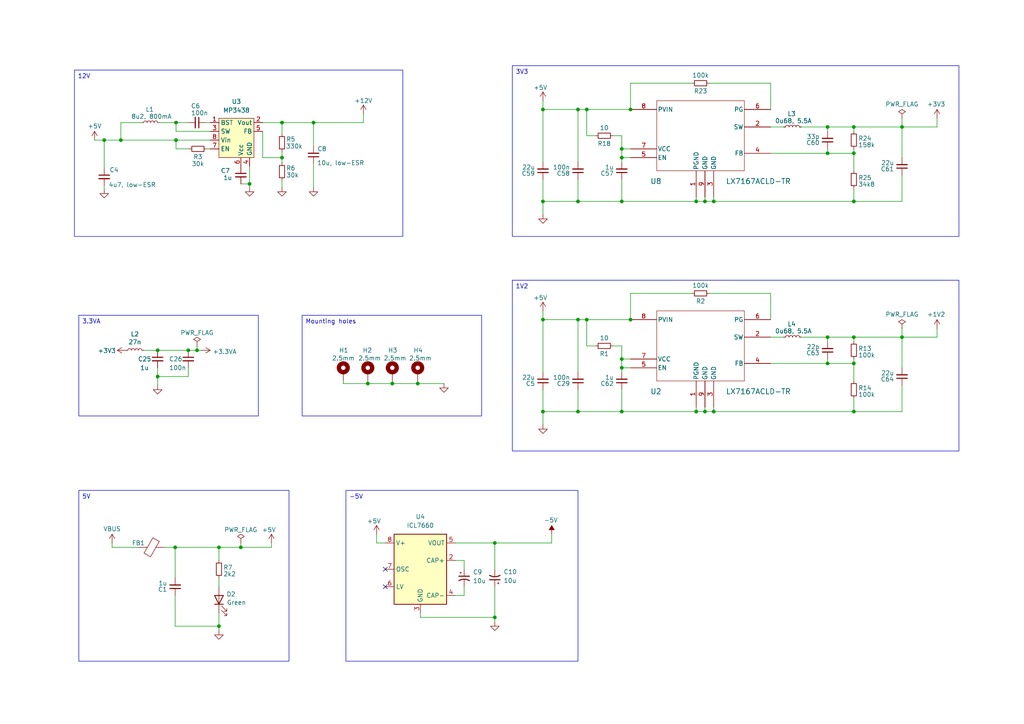
<source format=kicad_sch>
(kicad_sch (version 20250114) (generator "eeschema") (generator_version "9.0")
  (paper "A4")
  (lib_symbols
    (symbol "Device:C_Polarized_Small_US" (pin_numbers (hide yes)) (pin_names (offset 0.254) (hide yes))
      (property "Reference" "C" (at 0.254 1.778 0))
      (property "Value" "C_Polarized_Small_US" (at 0.254 -2.032 0))
      (symbol "C_Polarized_Small_US_0_1"
        (polyline (pts (xy -1.524 0.508) (xy 1.524 0.508)) (stroke (width 0.3048)))
        (polyline (pts (xy -1.27 1.524) (xy -0.762 1.524)))
        (polyline (pts (xy -1.016 1.27) (xy -1.016 1.778)))
        (arc (start -1.524 -0.762) (mid 0 -0.3734) (end 1.524 -0.762) (stroke (width 0.3048)))
      )
      (symbol "C_Polarized_Small_US_1_1"
        (pin passive line (at 0 2.54 270) (length 2.032) (name "~") (number "1"))
        (pin passive line (at 0 -2.54 90) (length 2.032) (name "~") (number "2"))
      )
    )
    (symbol "Device:C_Small" (pin_numbers (hide yes)) (pin_names (offset 0.254) (hide yes))
      (property "Reference" "C" (at 0.254 1.778 0))
      (property "Value" "C_Small" (at 0.254 -2.032 0))
      (symbol "C_Small_0_1"
        (polyline (pts (xy -1.524 0.508) (xy 1.524 0.508)) (stroke (width 0.3048)))
        (polyline (pts (xy -1.524 -0.508) (xy 1.524 -0.508)) (stroke (width 0.3302)))
      )
      (symbol "C_Small_1_1"
        (pin passive line (at 0 2.54 270) (length 2.032) (name "~") (number "1"))
        (pin passive line (at 0 -2.54 90) (length 2.032) (name "~") (number "2"))
      )
    )
    (symbol "Device:LED" (pin_numbers (hide yes)) (pin_names (offset 1.016) (hide yes))
      (property "Reference" "D" (at 0 2.54 0))
      (property "Value" "LED" (at 0 -2.54 0))
      (symbol "LED_0_1"
        (polyline (pts (xy -3.048 -0.762) (xy -4.572 -2.286) (xy -3.81 -2.286) (xy -4.572 -2.286) (xy -4.572 -1.524)))
        (polyline (pts (xy -1.778 -0.762) (xy -3.302 -2.286) (xy -2.54 -2.286) (xy -3.302 -2.286) (xy -3.302 -1.524)))
        (polyline (pts (xy -1.27 0) (xy 1.27 0)))
        (polyline (pts (xy -1.27 -1.27) (xy -1.27 1.27)) (stroke (width 0.254)))
        (polyline (pts (xy 1.27 -1.27) (xy 1.27 1.27) (xy -1.27 0) (xy 1.27 -1.27)) (stroke (width 0.254)))
      )
      (symbol "LED_1_1"
        (pin passive line (at -3.81 0 0) (length 2.54) (name "K") (number "1"))
        (pin passive line (at 3.81 0 180) (length 2.54) (name "A") (number "2"))
      )
    )
    (symbol "Device:L_Small" (pin_numbers (hide yes)) (pin_names (offset 0.254) (hide yes))
      (property "Reference" "L" (at 0.762 1.016 0))
      (property "Value" "L_Small" (at 0.762 -1.016 0))
      (symbol "L_Small_0_1"
        (arc (start 0 2.032) (mid 0.5058 1.524) (end 0 1.016))
        (arc (start 0 1.016) (mid 0.5058 0.508) (end 0 0))
        (arc (start 0 0) (mid 0.5058 -0.508) (end 0 -1.016))
        (arc (start 0 -1.016) (mid 0.5058 -1.524) (end 0 -2.032))
      )
      (symbol "L_Small_1_1"
        (pin passive line (at 0 2.54 270) (length 0.508) (name "~") (number "1"))
        (pin passive line (at 0 -2.54 90) (length 0.508) (name "~") (number "2"))
      )
    )
    (symbol "Device:R_Small" (pin_numbers (hide yes)) (pin_names (offset 0.254) (hide yes))
      (property "Reference" "R" (at 0.762 0.508 0))
      (property "Value" "R_Small" (at 0.762 -1.016 0))
      (symbol "R_Small_0_1"
        (rectangle (start -0.762 1.778) (end 0.762 -1.778) (stroke (width 0.2032)))
      )
      (symbol "R_Small_1_1"
        (pin passive line (at 0 2.54 270) (length 0.762) (name "~") (number "1"))
        (pin passive line (at 0 -2.54 90) (length 0.762) (name "~") (number "2"))
      )
    )
    (symbol "LX7167ACLD-TR_1" (pin_names (offset 0.254))
      (property "Reference" "U2" (at 7.366 -18.288 0))
      (property "Value" "LX7167ACLD-TR" (at 37.084 -18.288 0))
      (symbol "LX7167ACLD-TR_1_0_1"
        (polyline (pts (xy 7.62 5.08) (xy 7.62 -15.24)) (stroke (width 0.127)))
        (polyline (pts (xy 7.62 -15.24) (xy 33.02 -15.24)) (stroke (width 0.127)))
        (polyline (pts (xy 33.02 5.08) (xy 7.62 5.08)) (stroke (width 0.127)))
        (polyline (pts (xy 33.02 -15.24) (xy 33.02 5.08)) (stroke (width 0.127)))
        (pin power_in line (at 0 2.54 0) (length 7.62) (name "PVIN") (number "8"))
        (pin power_in line (at 0 -8.89 0) (length 7.62) (name "VCC") (number "7"))
        (pin input line (at 0 -11.43 0) (length 7.62) (name "EN") (number "5"))
        (pin power_in line (at 19.05 -22.86 90) (length 7.62) (name "PGND") (number "1"))
        (pin power_in line (at 21.59 -22.86 90) (length 7.62) (name "GND") (number "9"))
        (pin power_in line (at 24.13 -22.86 90) (length 7.62) (name "GND") (number "3"))
        (pin output line (at 40.64 2.54 180) (length 7.62) (name "PG") (number "6"))
        (pin input line (at 40.64 -2.54 180) (length 7.62) (name "SW") (number "2"))
        (pin input line (at 40.64 -10.16 180) (length 7.62) (name "FB") (number "4"))
      )
    )
    (symbol "LX7167ACLD_TR:LX7167ACLD-TR" (pin_names (offset 0.254))
      (property "Reference" "U8" (at 7.366 -18.288 0))
      (property "Value" "LX7167ACLD-TR" (at 37.084 -18.288 0))
      (symbol "LX7167ACLD-TR_0_1"
        (polyline (pts (xy 7.62 5.08) (xy 7.62 -15.24)) (stroke (width 0.127)))
        (polyline (pts (xy 7.62 -15.24) (xy 33.02 -15.24)) (stroke (width 0.127)))
        (polyline (pts (xy 33.02 5.08) (xy 7.62 5.08)) (stroke (width 0.127)))
        (polyline (pts (xy 33.02 -15.24) (xy 33.02 5.08)) (stroke (width 0.127)))
        (pin power_in line (at 0 2.54 0) (length 7.62) (name "PVIN") (number "8"))
        (pin power_in line (at 0 -8.89 0) (length 7.62) (name "VCC") (number "7"))
        (pin input line (at 0 -11.43 0) (length 7.62) (name "EN") (number "5"))
        (pin power_in line (at 19.05 -22.86 90) (length 7.62) (name "PGND") (number "1"))
        (pin power_in line (at 21.59 -22.86 90) (length 7.62) (name "GND") (number "9"))
        (pin power_in line (at 24.13 -22.86 90) (length 7.62) (name "GND") (number "3"))
        (pin output line (at 40.64 2.54 180) (length 7.62) (name "PG") (number "6"))
        (pin input line (at 40.64 -2.54 180) (length 7.62) (name "SW") (number "2"))
        (pin input line (at 40.64 -10.16 180) (length 7.62) (name "FB") (number "4"))
      )
    )
    (symbol "Mechanical:MountingHole_Pad" (pin_numbers (hide yes)) (pin_names (offset 1.016) (hide yes))
      (property "Reference" "H" (at 0 6.35 0))
      (property "Value" "MountingHole_Pad" (at 0 4.445 0))
      (symbol "MountingHole_Pad_0_1"
        (circle (center 0 1.27) (radius 1.27) (stroke (width 1.27)))
      )
      (symbol "MountingHole_Pad_1_1"
        (pin input line (at 0 -2.54 90) (length 2.54) (name "1") (number "1"))
      )
    )
    (symbol "Regulator_SwitchedCapacitor:ICL7660"
      (property "Reference" "U" (at -6.35 11.43 0))
      (property "Value" "ICL7660" (at 3.81 11.43 0))
      (symbol "ICL7660_0_1"
        (rectangle (start -7.62 10.16) (end 7.62 -10.16) (stroke (width 0.254)) (fill (type background)))
      )
      (symbol "ICL7660_1_1"
        (pin power_in line (at -10.16 7.62 0) (length 2.54) (name "V+") (number "8"))
        (pin input line (at -10.16 0 0) (length 2.54) (name "OSC") (number "7"))
        (pin input line (at -10.16 -5.08 0) (length 2.54) (name "LV") (number "6"))
        (pin no_connect line (at -7.62 5.08 0) (length 2.54) (hide yes) (name "NC") (number "1"))
        (pin power_in line (at 0 -12.7 90) (length 2.54) (name "GND") (number "3"))
        (pin power_out line (at 10.16 7.62 180) (length 2.54) (name "VOUT") (number "5"))
        (pin input line (at 10.16 2.54 180) (length 2.54) (name "CAP+") (number "2"))
        (pin input line (at 10.16 -7.62 180) (length 2.54) (name "CAP-") (number "4"))
      )
    )
    (symbol "Regulator_Switching:MP3438"
      (property "Reference" "U" (at -3.81 -1.27 0))
      (property "Value" "MP3438" (at 0 12.7 0))
      (symbol "MP3438_1_1"
        (rectangle (start -5.08 11.43) (end 5.08 0) (fill (type background)))
        (pin input line (at -7.62 10.16 0) (length 2.54) (name "BST") (number "1"))
        (pin input line (at -7.62 7.62 0) (length 2.54) (name "SW") (number "3"))
        (pin power_in line (at -7.62 5.08 0) (length 2.54) (name "Vin") (number "8"))
        (pin input line (at -7.62 2.54 0) (length 2.54) (name "EN") (number "7"))
        (pin power_in line (at 1.27 -2.54 90) (length 2.54) (name "Vcc") (number "6"))
        (pin power_in line (at 3.81 -2.54 90) (length 2.54) (name "GND") (number "4"))
        (pin power_out line (at 7.62 10.16 180) (length 2.54) (name "Vout") (number "2"))
        (pin power_in line (at 7.62 7.62 180) (length 2.54) (name "FB") (number "5"))
      )
    )
    (symbol "power:+12V" (power) (pin_numbers (hide yes)) (pin_names (offset 0) (hide yes))
      (property "Value" "+12V" (at 0 3.556 0))
      (symbol "+12V_0_1"
        (polyline (pts (xy -0.762 1.27) (xy 0 2.54)))
        (polyline (pts (xy 0 2.54) (xy 0.762 1.27)))
        (polyline (pts (xy 0 0) (xy 0 2.54)))
      )
      (symbol "+12V_1_1"
        (pin power_in line (at 0 0 90) (length 0) (name "~") (number "1"))
      )
    )
    (symbol "power:+3.3VA" (power) (pin_names (offset 0))
      (property "Value" "+3.3VA" (at 0 3.556 0))
      (symbol "+3.3VA_0_1"
        (polyline (pts (xy -0.762 1.27) (xy 0 2.54)))
        (polyline (pts (xy 0 2.54) (xy 0.762 1.27)))
        (polyline (pts (xy 0 0) (xy 0 2.54)))
      )
      (symbol "+3.3VA_1_1"
        (pin power_in line (at 0 0 90) (length 0) (hide yes) (name "+3.3VA") (number "1"))
      )
    )
    (symbol "power:+5V" (power) (pin_names (offset 0))
      (property "Value" "+5V" (at 0 3.556 0))
      (symbol "+5V_0_1"
        (polyline (pts (xy -0.762 1.27) (xy 0 2.54)))
        (polyline (pts (xy 0 2.54) (xy 0.762 1.27)))
        (polyline (pts (xy 0 0) (xy 0 2.54)))
      )
      (symbol "+5V_1_1"
        (pin power_in line (at 0 0 90) (length 0) (hide yes) (name "+5V") (number "1"))
      )
    )
    (symbol "power:-5V" (power) (pin_numbers (hide yes)) (pin_names (offset 0) (hide yes))
      (property "Value" "-5V" (at 0 3.556 0))
      (symbol "-5V_0_0"
        (pin power_in line (at 0 0 90) (length 0) (name "~") (number "1"))
      )
      (symbol "-5V_0_1"
        (polyline (pts (xy 0 0) (xy 0 1.27) (xy 0.762 1.27) (xy 0 2.54) (xy -0.762 1.27) (xy 0 1.27)) (fill (type outline)))
      )
    )
    (symbol "power:GND" (power) (pin_names (offset 0))
      (property "Value" "GND" (at 0 -3.81 0))
      (symbol "GND_0_1"
        (polyline (pts (xy 0 0) (xy 0 -1.27) (xy 1.27 -1.27) (xy 0 -2.54) (xy -1.27 -1.27) (xy 0 -1.27)))
      )
      (symbol "GND_1_1"
        (pin power_in line (at 0 0 270) (length 0) (hide yes) (name "GND") (number "1"))
      )
    )
    (symbol "power:PWR_FLAG" (power) (pin_numbers (hide yes)) (pin_names (offset 0) (hide yes))
      (property "Value" "PWR_FLAG" (at 0 3.81 0))
      (symbol "PWR_FLAG_0_0"
        (pin power_out line (at 0 0 90) (length 0) (name "~") (number "1"))
      )
      (symbol "PWR_FLAG_0_1"
        (polyline (pts (xy 0 0) (xy 0 1.27) (xy -1.016 1.905) (xy 0 2.54) (xy 1.016 1.905) (xy 0 1.27)))
      )
    )
    (symbol "power:VBUS" (power) (pin_numbers (hide yes)) (pin_names (offset 0) (hide yes))
      (property "Value" "VBUS" (at 0 3.556 0))
      (symbol "VBUS_0_1"
        (polyline (pts (xy -0.762 1.27) (xy 0 2.54)))
        (polyline (pts (xy 0 2.54) (xy 0.762 1.27)))
        (polyline (pts (xy 0 0) (xy 0 2.54)))
      )
      (symbol "VBUS_1_1"
        (pin power_in line (at 0 0 90) (length 0) (name "~") (number "1"))
      )
    )
    (symbol "stm32-mcs4-memory-emulator-v2-rescue:+3.3V-power" (power) (pin_names (offset 0))
      (property "Value" "+3.3V-power" (at 0 3.556 0))
      (symbol "+3.3V-power_0_1"
        (polyline (pts (xy -0.762 1.27) (xy 0 2.54)))
        (polyline (pts (xy 0 2.54) (xy 0.762 1.27)))
        (polyline (pts (xy 0 0) (xy 0 2.54)))
      )
      (symbol "+3.3V-power_1_1"
        (pin power_in line (at 0 0 90) (length 0) (hide yes) (name "+3V3") (number "1"))
      )
    )
    (symbol "stm32-mcs4-memory-emulator-v2-rescue:Ferrite_Bead-Device" (pin_numbers (hide yes)) (pin_names (offset 0))
      (property "Reference" "FB" (at -3.81 0.635 90))
      (property "Value" "Device_Ferrite_Bead" (at 3.81 0 90))
      (symbol "Ferrite_Bead-Device_0_1"
        (polyline (pts (xy -2.7686 0.4064) (xy -1.7018 2.2606) (xy 2.7686 -0.3048) (xy 1.6764 -2.159) (xy -2.7686 0.4064)))
        (polyline (pts (xy 0 1.27) (xy 0 1.2954)))
        (polyline (pts (xy 0 -1.27) (xy 0 -1.2192)))
      )
      (symbol "Ferrite_Bead-Device_1_1"
        (pin passive line (at 0 3.81 270) (length 2.54) (name "~") (number "1"))
        (pin passive line (at 0 -3.81 90) (length 2.54) (name "~") (number "2"))
      )
    )
  )
  (text_box "12V" (at 21.59 20.32 0) (size 95.25 48.26) (margins 0.9525 0.9525 0.9525 0.9525) (effects (font (size 1.27 1.27)) (justify left top)))
  (text_box "-5V" (at 100.33 142.24 0) (size 67.31 49.53) (margins 0.9525 0.9525 0.9525 0.9525) (effects (font (size 1.27 1.27)) (justify left top)))
  (text_box "3.3VA" (at 22.86 91.44 0) (size 52.07 29.21) (margins 0.9525 0.9525 0.9525 0.9525) (effects (font (size 1.27 1.27)) (justify left top)))
  (text_box "5V" (at 22.86 142.24 0) (size 60.96 49.53) (margins 0.9525 0.9525 0.9525 0.9525) (effects (font (size 1.27 1.27)) (justify left top)))
  (text_box "3V3" (at 148.59 19.05 0) (size 129.54 49.53) (margins 0.9525 0.9525 0.9525 0.9525) (effects (font (size 1.27 1.27)) (justify left top)))
  (text_box "1V2" (at 148.59 81.28 0) (size 129.54 49.53) (margins 0.9525 0.9525 0.9525 0.9525) (effects (font (size 1.27 1.27)) (justify left top)))
  (text_box "Mounting holes" (at 87.63 91.44 0) (size 52.07 29.21) (margins 0.9525 0.9525 0.9525 0.9525) (effects (font (size 1.27 1.27)) (justify left top)))
  (junction (at 167.64 58.42))
  (junction (at 180.34 106.68))
  (junction (at 240.03 44.45))
  (junction (at 180.34 58.42))
  (junction (at 157.48 92.71))
  (junction (at 81.788 45.72))
  (junction (at 90.932 35.56))
  (junction (at 247.65 105.41))
  (junction (at 106.68 111.252))
  (junction (at 247.65 58.42))
  (junction (at 157.48 58.42))
  (junction (at 182.88 92.71))
  (junction (at 247.65 36.83))
  (junction (at 247.65 44.45))
  (junction (at 240.03 97.79))
  (junction (at 113.792 111.252))
  (junction (at 69.85 158.75))
  (junction (at 45.72 101.6))
  (junction (at 81.788 35.56))
  (junction (at 167.64 92.71))
  (junction (at 157.48 31.75))
  (junction (at 157.48 119.38))
  (junction (at 180.34 104.14))
  (junction (at 143.51 179.07))
  (junction (at 207.01 119.38))
  (junction (at 247.65 97.79))
  (junction (at 54.61 101.6))
  (junction (at 204.47 119.38))
  (junction (at 240.03 105.41))
  (junction (at 180.34 45.72))
  (junction (at 57.15 101.6))
  (junction (at 180.34 43.18))
  (junction (at 50.8 158.75))
  (junction (at 51.054 40.64))
  (junction (at 240.03 36.83))
  (junction (at 204.47 58.42))
  (junction (at 30.226 40.64))
  (junction (at 247.65 119.38))
  (junction (at 261.62 97.79))
  (junction (at 201.93 119.38))
  (junction (at 167.64 119.38))
  (junction (at 121.158 111.252))
  (junction (at 167.64 31.75))
  (junction (at 170.18 92.71))
  (junction (at 63.5 158.75))
  (junction (at 72.39 53.34))
  (junction (at 63.5 181.61))
  (junction (at 45.72 109.22))
  (junction (at 51.054 35.56))
  (junction (at 201.93 58.42))
  (junction (at 35.052 40.64))
  (junction (at 182.88 31.75))
  (junction (at 170.18 31.75))
  (junction (at 207.01 58.42))
  (junction (at 180.34 119.38))
  (junction (at 261.62 36.83))
  (junction (at 143.51 157.48))
  (no_connect (at 111.76 165.1))
  (no_connect (at 111.76 170.18))
  (wire (pts (xy 157.48 58.42) (xy 167.64 58.42)))
  (wire (pts (xy 157.48 62.23) (xy 157.48 58.42)))
  (wire (pts (xy 223.52 105.41) (xy 240.03 105.41)))
  (wire (pts (xy 57.15 100.33) (xy 57.15 101.6)))
  (wire (pts (xy 261.62 34.29) (xy 261.62 36.83)))
  (wire (pts (xy 240.03 105.41) (xy 247.65 105.41)))
  (wire (pts (xy 180.34 107.95) (xy 180.34 106.68)))
  (wire (pts (xy 90.932 35.56) (xy 90.932 42.418)))
  (wire (pts (xy 247.65 44.45) (xy 247.65 43.18)))
  (wire (pts (xy 59.944 43.18) (xy 60.96 43.18)))
  (wire (pts (xy 240.03 105.41) (xy 240.03 104.14)))
  (wire (pts (xy 200.66 24.13) (xy 182.88 24.13)))
  (wire (pts (xy 81.788 45.72) (xy 81.788 47.244)))
  (wire (pts (xy 76.2 45.72) (xy 76.2 38.1)))
  (wire (pts (xy 180.34 104.14) (xy 182.88 104.14)))
  (wire (pts (xy 170.18 100.33) (xy 170.18 92.71)))
  (wire (pts (xy 157.48 123.19) (xy 157.48 119.38)))
  (wire (pts (xy 180.34 100.33) (xy 180.34 104.14)))
  (wire (pts (xy 134.62 172.72) (xy 134.62 170.18)))
  (wire (pts (xy 271.78 34.29) (xy 271.78 36.83)))
  (wire (pts (xy 157.48 92.71) (xy 157.48 107.95)))
  (wire (pts (xy 35.052 35.56) (xy 41.148 35.56)))
  (wire (pts (xy 201.93 118.11) (xy 201.93 119.38)))
  (wire (pts (xy 63.5 177.8) (xy 63.5 181.61)))
  (wire (pts (xy 76.2 35.56) (xy 81.788 35.56)))
  (wire (pts (xy 30.226 40.64) (xy 35.052 40.64)))
  (wire (pts (xy 180.34 119.38) (xy 201.93 119.38)))
  (wire (pts (xy 81.788 52.324) (xy 81.788 54.356)))
  (wire (pts (xy 109.22 154.94) (xy 109.22 157.48)))
  (wire (pts (xy 54.864 43.18) (xy 51.054 43.18)))
  (wire (pts (xy 35.052 40.64) (xy 51.054 40.64)))
  (wire (pts (xy 207.01 57.15) (xy 207.01 58.42)))
  (wire (pts (xy 72.39 53.34) (xy 72.39 54.356)))
  (wire (pts (xy 247.65 36.83) (xy 247.65 38.1)))
  (wire (pts (xy 180.34 106.68) (xy 180.34 104.14)))
  (wire (pts (xy 223.52 24.13) (xy 205.74 24.13)))
  (wire (pts (xy 172.72 39.37) (xy 170.18 39.37)))
  (wire (pts (xy 157.48 52.07) (xy 157.48 58.42)))
  (wire (pts (xy 106.68 110.49) (xy 106.68 111.252)))
  (wire (pts (xy 54.61 109.22) (xy 45.72 109.22)))
  (wire (pts (xy 58.42 101.6) (xy 57.15 101.6)))
  (wire (pts (xy 30.226 53.848) (xy 30.226 54.864)))
  (wire (pts (xy 99.568 111.252) (xy 106.68 111.252)))
  (wire (pts (xy 78.74 158.75) (xy 78.74 157.48)))
  (wire (pts (xy 261.62 36.83) (xy 261.62 45.72)))
  (wire (pts (xy 167.64 92.71) (xy 167.64 107.95)))
  (wire (pts (xy 247.65 97.79) (xy 247.65 99.06)))
  (wire (pts (xy 51.054 35.56) (xy 51.054 38.1)))
  (wire (pts (xy 167.64 113.03) (xy 167.64 119.38)))
  (wire (pts (xy 45.72 111.76) (xy 45.72 109.22)))
  (wire (pts (xy 132.08 172.72) (xy 134.62 172.72)))
  (wire (pts (xy 121.158 110.49) (xy 121.158 111.252)))
  (wire (pts (xy 261.62 97.79) (xy 261.62 106.68)))
  (wire (pts (xy 207.01 118.11) (xy 207.01 119.38)))
  (wire (pts (xy 81.788 35.56) (xy 81.788 38.862)))
  (wire (pts (xy 271.78 95.25) (xy 271.78 97.79)))
  (wire (pts (xy 167.64 52.07) (xy 167.64 58.42)))
  (wire (pts (xy 247.65 58.42) (xy 261.62 58.42)))
  (wire (pts (xy 240.03 36.83) (xy 240.03 38.1)))
  (wire (pts (xy 81.788 35.56) (xy 90.932 35.56)))
  (wire (pts (xy 121.158 111.252) (xy 128.778 111.252)))
  (wire (pts (xy 182.88 85.09) (xy 182.88 92.71)))
  (wire (pts (xy 261.62 97.79) (xy 271.78 97.79)))
  (wire (pts (xy 207.01 119.38) (xy 204.47 119.38)))
  (wire (pts (xy 167.64 58.42) (xy 180.34 58.42)))
  (wire (pts (xy 180.34 45.72) (xy 180.34 43.18)))
  (wire (pts (xy 47.752 158.75) (xy 50.8 158.75)))
  (wire (pts (xy 51.054 35.56) (xy 54.61 35.56)))
  (wire (pts (xy 27.432 40.64) (xy 30.226 40.64)))
  (wire (pts (xy 59.69 35.56) (xy 60.96 35.56)))
  (wire (pts (xy 240.03 36.83) (xy 247.65 36.83)))
  (wire (pts (xy 50.8 158.75) (xy 63.5 158.75)))
  (wire (pts (xy 247.65 105.41) (xy 247.65 110.49)))
  (wire (pts (xy 46.228 35.56) (xy 51.054 35.56)))
  (wire (pts (xy 69.85 53.34) (xy 72.39 53.34)))
  (wire (pts (xy 170.18 92.71) (xy 182.88 92.71)))
  (wire (pts (xy 204.47 119.38) (xy 201.93 119.38)))
  (wire (pts (xy 72.39 48.26) (xy 72.39 53.34)))
  (wire (pts (xy 157.48 31.75) (xy 167.64 31.75)))
  (wire (pts (xy 121.92 179.07) (xy 121.92 177.8)))
  (wire (pts (xy 30.226 40.64) (xy 30.226 48.768)))
  (wire (pts (xy 261.62 119.38) (xy 261.62 111.76)))
  (wire (pts (xy 90.932 35.56) (xy 105.41 35.56)))
  (wire (pts (xy 223.52 31.75) (xy 223.52 24.13)))
  (wire (pts (xy 223.52 97.79) (xy 227.33 97.79)))
  (wire (pts (xy 63.5 181.61) (xy 50.8 181.61)))
  (wire (pts (xy 63.5 170.18) (xy 63.5 167.64)))
  (wire (pts (xy 261.62 58.42) (xy 261.62 50.8)))
  (wire (pts (xy 180.34 113.03) (xy 180.34 119.38)))
  (wire (pts (xy 143.51 157.48) (xy 160.02 157.48)))
  (wire (pts (xy 76.2 45.72) (xy 81.788 45.72)))
  (wire (pts (xy 167.64 31.75) (xy 167.64 46.99)))
  (wire (pts (xy 63.5 181.61) (xy 63.5 182.88)))
  (wire (pts (xy 69.85 157.48) (xy 69.85 158.75)))
  (wire (pts (xy 177.8 39.37) (xy 180.34 39.37)))
  (wire (pts (xy 172.72 100.33) (xy 170.18 100.33)))
  (wire (pts (xy 81.788 43.942) (xy 81.788 45.72)))
  (wire (pts (xy 106.68 111.252) (xy 113.792 111.252)))
  (wire (pts (xy 167.64 31.75) (xy 170.18 31.75)))
  (wire (pts (xy 41.656 101.6) (xy 45.72 101.6)))
  (wire (pts (xy 204.47 57.15) (xy 204.47 58.42)))
  (wire (pts (xy 180.34 52.07) (xy 180.34 58.42)))
  (wire (pts (xy 247.65 115.57) (xy 247.65 119.38)))
  (wire (pts (xy 132.08 162.56) (xy 134.62 162.56)))
  (wire (pts (xy 180.34 46.99) (xy 180.34 45.72)))
  (wire (pts (xy 223.52 85.09) (xy 205.74 85.09)))
  (wire (pts (xy 143.51 179.07) (xy 143.51 180.34)))
  (wire (pts (xy 50.8 181.61) (xy 50.8 172.72)))
  (wire (pts (xy 51.054 43.18) (xy 51.054 40.64)))
  (wire (pts (xy 157.48 92.71) (xy 167.64 92.71)))
  (wire (pts (xy 247.65 36.83) (xy 261.62 36.83)))
  (wire (pts (xy 247.65 44.45) (xy 247.65 49.53)))
  (wire (pts (xy 143.51 170.18) (xy 143.51 179.07)))
  (wire (pts (xy 167.64 119.38) (xy 180.34 119.38)))
  (wire (pts (xy 204.47 118.11) (xy 204.47 119.38)))
  (wire (pts (xy 105.41 35.56) (xy 105.41 33.02)))
  (wire (pts (xy 45.72 109.22) (xy 45.72 106.68)))
  (wire (pts (xy 81.788 35.306) (xy 81.788 35.56)))
  (wire (pts (xy 54.61 101.6) (xy 57.15 101.6)))
  (wire (pts (xy 247.65 58.42) (xy 207.01 58.42)))
  (wire (pts (xy 180.34 45.72) (xy 182.88 45.72)))
  (wire (pts (xy 51.054 38.1) (xy 60.96 38.1)))
  (wire (pts (xy 240.03 97.79) (xy 247.65 97.79)))
  (wire (pts (xy 63.5 158.75) (xy 69.85 158.75)))
  (wire (pts (xy 157.48 31.75) (xy 157.48 29.21)))
  (wire (pts (xy 157.48 113.03) (xy 157.48 119.38)))
  (wire (pts (xy 247.65 97.79) (xy 261.62 97.79)))
  (wire (pts (xy 121.92 179.07) (xy 143.51 179.07)))
  (wire (pts (xy 240.03 44.45) (xy 240.03 43.18)))
  (wire (pts (xy 223.52 44.45) (xy 240.03 44.45)))
  (wire (pts (xy 167.64 92.71) (xy 170.18 92.71)))
  (wire (pts (xy 32.512 157.48) (xy 32.512 158.75)))
  (wire (pts (xy 157.48 119.38) (xy 167.64 119.38)))
  (wire (pts (xy 247.65 54.61) (xy 247.65 58.42)))
  (wire (pts (xy 180.34 58.42) (xy 201.93 58.42)))
  (wire (pts (xy 170.18 31.75) (xy 182.88 31.75)))
  (wire (pts (xy 160.02 154.94) (xy 160.02 157.48)))
  (wire (pts (xy 182.88 24.13) (xy 182.88 31.75)))
  (wire (pts (xy 134.62 162.56) (xy 134.62 165.1)))
  (wire (pts (xy 247.65 105.41) (xy 247.65 104.14)))
  (wire (pts (xy 247.65 119.38) (xy 207.01 119.38)))
  (wire (pts (xy 232.41 36.83) (xy 240.03 36.83)))
  (wire (pts (xy 204.47 58.42) (xy 201.93 58.42)))
  (wire (pts (xy 247.65 119.38) (xy 261.62 119.38)))
  (wire (pts (xy 63.5 162.56) (xy 63.5 158.75)))
  (wire (pts (xy 180.34 43.18) (xy 182.88 43.18)))
  (wire (pts (xy 157.48 92.71) (xy 157.48 90.17)))
  (wire (pts (xy 32.512 158.75) (xy 40.132 158.75)))
  (wire (pts (xy 157.48 31.75) (xy 157.48 46.99)))
  (wire (pts (xy 207.01 58.42) (xy 204.47 58.42)))
  (wire (pts (xy 240.03 44.45) (xy 247.65 44.45)))
  (wire (pts (xy 180.34 39.37) (xy 180.34 43.18)))
  (wire (pts (xy 143.51 157.48) (xy 143.51 165.1)))
  (wire (pts (xy 177.8 100.33) (xy 180.34 100.33)))
  (wire (pts (xy 240.03 97.79) (xy 240.03 99.06)))
  (wire (pts (xy 261.62 95.25) (xy 261.62 97.79)))
  (wire (pts (xy 170.18 39.37) (xy 170.18 31.75)))
  (wire (pts (xy 51.054 40.64) (xy 60.96 40.64)))
  (wire (pts (xy 50.8 158.75) (xy 50.8 167.64)))
  (wire (pts (xy 200.66 85.09) (xy 182.88 85.09)))
  (wire (pts (xy 69.85 158.75) (xy 78.74 158.75)))
  (wire (pts (xy 201.93 57.15) (xy 201.93 58.42)))
  (wire (pts (xy 113.792 111.252) (xy 121.158 111.252)))
  (wire (pts (xy 54.61 106.68) (xy 54.61 109.22)))
  (wire (pts (xy 132.08 157.48) (xy 143.51 157.48)))
  (wire (pts (xy 180.34 106.68) (xy 182.88 106.68)))
  (wire (pts (xy 35.052 35.56) (xy 35.052 40.64)))
  (wire (pts (xy 223.52 92.71) (xy 223.52 85.09)))
  (wire (pts (xy 109.22 157.48) (xy 111.76 157.48)))
  (wire (pts (xy 45.72 101.6) (xy 54.61 101.6)))
  (wire (pts (xy 99.568 110.49) (xy 99.568 111.252)))
  (wire (pts (xy 223.52 36.83) (xy 227.33 36.83)))
  (wire (pts (xy 261.62 36.83) (xy 271.78 36.83)))
  (wire (pts (xy 113.792 110.49) (xy 113.792 111.252)))
  (wire (pts (xy 232.41 97.79) (xy 240.03 97.79)))
  (wire (pts (xy 90.932 47.498) (xy 90.932 54.356)))
  (symbol (lib_id "Device:L_Small") (at 229.87 36.83 90) (unit 1)
    (property "Reference" "L3" (at 229.616 33.02 90))
    (property "Value" "0u68, 5.5A" (at 230.124 35.052 90))
    (property "Footprint" "Inductor_SMD:L_1008_2520Metric_Pad1.43x2.20mm_HandSolder" (effects (hide yes)))
    (property "Mouser Part Number" "652-SRP2512-R68M" (effects (hide yes)))
  )
  (symbol (lib_id "Device:R_Small") (at 247.65 101.6 0) (unit 1)
    (property "Reference" "R13" (at 248.92 101.092 0) (effects (justify left)))
    (property "Value" "100k" (at 248.92 102.997 0) (effects (justify left)))
    (property "Footprint" "Resistor_SMD:R_0805_2012Metric_Pad1.20x1.40mm_HandSolder" (effects (hide yes)))
    (property "Mouser Part Number" "603-RT0805DRE07100KL" (effects (hide yes)))
  )
  (symbol (lib_name "LX7167ACLD-TR_1") (lib_id "LX7167ACLD_TR:LX7167ACLD-TR") (at 182.88 95.25 0) (unit 1)
    (property "Reference" "U2" (at 190.246 113.538 0) (effects (font (size 1.524 1.524))))
    (property "Value" "LX7167ACLD-TR" (at 219.964 113.538 0) (effects (font (size 1.524 1.524))))
    (property "Footprint" "Package_DFN_QFN:DFN-8-1EP_2x2mm_P0.5mm_EP0.8x1.6mm" (effects (hide yes)))
    (property "Datasheet" "LX7167ACLD-TR" (effects (hide yes)))
    (property "Mouser Part Number" "494-LX7167ACLD-TR" (effects (hide yes)))
  )
  (symbol (lib_id "Device:R_Small") (at 81.788 41.402 180) (unit 1)
    (property "Reference" "R5" (at 84.328 40.386 0))
    (property "Value" "330k" (at 85.344 42.418 0))
    (property "Footprint" "Resistor_SMD:R_0805_2012Metric_Pad1.20x1.40mm_HandSolder" (effects (hide yes)))
    (property "Mouser Part Number" "603-RT0805FRE07330KL" (effects (hide yes)))
  )
  (symbol (lib_id "Device:C_Small") (at 261.62 109.22 180) (unit 1)
    (property "Reference" "C64" (at 259.334 109.982 0) (effects (justify left)))
    (property "Value" "22u" (at 259.334 108.204 0) (effects (justify left)))
    (property "Footprint" "Capacitor_SMD:C_0805_2012Metric_Pad1.18x1.45mm_HandSolder" (effects (hide yes)))
    (property "Mouser Part Number" "187-CL21A226MAYNNNE" (effects (hide yes)))
  )
  (symbol (lib_id "power:PWR_FLAG") (at 69.85 157.48 0) (unit 1)
    (property "Reference" "#FLG04" (effects (hide yes)))
    (property "Value" "PWR_FLAG" (at 69.85 153.67 0))
    (property "Description" "Special symbol for telling ERC where power comes from" (effects (hide yes)))
  )
  (symbol (lib_id "stm32-mcs4-memory-emulator-v2-rescue:+3.3V-power") (at 271.78 34.29 0) (unit 1)
    (property "Reference" "#PWR094" (effects (hide yes)))
    (property "Value" "+3V3" (at 271.526 30.226 0))
  )
  (symbol (lib_id "Device:C_Small") (at 167.64 49.53 180) (unit 1)
    (property "Reference" "C58" (at 165.354 50.292 0) (effects (justify left)))
    (property "Value" "100n" (at 165.354 48.514 0) (effects (justify left)))
    (property "Footprint" "Capacitor_SMD:C_0805_2012Metric_Pad1.18x1.45mm_HandSolder" (effects (hide yes)))
    (property "Mouser Part Number" "187-CL21B104KBCNNND" (effects (hide yes)))
  )
  (symbol (lib_id "Mechanical:MountingHole_Pad") (at 106.68 107.95 0) (unit 1)
    (property "Reference" "H2" (at 105.156 101.6 0) (effects (justify left)))
    (property "Value" "2.5mm" (at 103.886 103.886 0) (effects (justify left)))
    (property "Footprint" "MountingHole:MountingHole_2.5mm_Pad_Via" (effects (hide yes)))
  )
  (symbol (lib_id "Device:R_Small") (at 203.2 24.13 90) (unit 1)
    (property "Reference" "R23" (at 203.2 26.416 90))
    (property "Value" "100k" (at 203.2 21.844 90))
    (property "Footprint" "Resistor_SMD:R_0805_2012Metric_Pad1.20x1.40mm_HandSolder" (effects (hide yes)))
    (property "Mouser Part Number" "603-RT0805DRE07100KL" (effects (hide yes)))
  )
  (symbol (lib_id "power:+5V") (at 157.48 29.21 0) (unit 1)
    (property "Reference" "#PWR017" (effects (hide yes)))
    (property "Value" "+5V" (at 154.686 25.4 0) (effects (justify left)))
  )
  (symbol (lib_id "power:PWR_FLAG") (at 57.15 100.33 0) (unit 1)
    (property "Reference" "#FLG06" (effects (hide yes)))
    (property "Value" "PWR_FLAG" (at 57.15 96.52 0))
    (property "Description" "Special symbol for telling ERC where power comes from" (effects (hide yes)))
  )
  (symbol (lib_id "power:GND") (at 45.72 111.76 0) (unit 1)
    (property "Reference" "#PWR057" (effects (hide yes)))
    (property "Value" "GND" (effects (hide yes)))
  )
  (symbol (lib_id "Device:C_Small") (at 167.64 110.49 180) (unit 1)
    (property "Reference" "C29" (at 165.354 111.252 0) (effects (justify left)))
    (property "Value" "100n" (at 165.354 109.474 0) (effects (justify left)))
    (property "Footprint" "Capacitor_SMD:C_0805_2012Metric_Pad1.18x1.45mm_HandSolder" (effects (hide yes)))
    (property "Mouser Part Number" "187-CL21B104KBCNNND" (effects (hide yes)))
  )
  (symbol (lib_id "Device:C_Small") (at 157.48 110.49 180) (unit 1)
    (property "Reference" "C5" (at 155.194 111.252 0) (effects (justify left)))
    (property "Value" "22u" (at 155.194 109.474 0) (effects (justify left)))
    (property "Footprint" "Capacitor_SMD:C_0805_2012Metric_Pad1.18x1.45mm_HandSolder" (effects (hide yes)))
    (property "Mouser Part Number" "187-CL21A226MAYNNNE" (effects (hide yes)))
  )
  (symbol (lib_id "power:GND") (at 72.39 54.356 0) (unit 1)
    (property "Reference" "#PWR019" (effects (hide yes)))
    (property "Value" "GND" (effects (hide yes)))
  )
  (symbol (lib_id "Device:C_Small") (at 240.03 40.64 180) (unit 1)
    (property "Reference" "C60" (at 237.744 41.402 0) (effects (justify left)))
    (property "Value" "33p" (at 237.744 39.624 0) (effects (justify left)))
    (property "Footprint" "Capacitor_SMD:C_0805_2012Metric_Pad1.18x1.45mm_HandSolder" (effects (hide yes)))
    (property "Mouser Part Number" "710-885012007031" (effects (hide yes)))
  )
  (symbol (lib_id "power:GND") (at 30.226 54.864 0) (mirror y) (unit 1)
    (property "Reference" "#PWR012" (effects (hide yes)))
    (property "Value" "GND" (effects (hide yes)))
  )
  (symbol (lib_id "Device:R_Small") (at 203.2 85.09 90) (unit 1)
    (property "Reference" "R2" (at 203.2 87.376 90))
    (property "Value" "100k" (at 203.2 82.804 90))
    (property "Footprint" "Resistor_SMD:R_0805_2012Metric_Pad1.20x1.40mm_HandSolder" (effects (hide yes)))
    (property "Mouser Part Number" "603-RT0805DRE07100KL" (effects (hide yes)))
  )
  (symbol (lib_id "power:+5V") (at 27.432 40.64 0) (unit 1)
    (property "Reference" "#PWR011" (effects (hide yes)))
    (property "Value" "+5V" (at 25.4 36.576 0) (effects (justify left)))
  )
  (symbol (lib_id "stm32-mcs4-memory-emulator-v2-rescue:+3.3V-power") (at 36.576 101.6 90) (unit 1)
    (property "Reference" "#PWR056" (effects (hide yes)))
    (property "Value" "+3V3" (at 30.988 101.727 90))
  )
  (symbol (lib_id "Device:C_Small") (at 30.226 51.308 0) (unit 1)
    (property "Reference" "C4" (at 31.75 49.276 0) (effects (justify left)))
    (property "Value" "4u7, low-ESR" (at 31.496 53.594 0) (effects (justify left)))
    (property "Footprint" "Capacitor_SMD:C_0805_2012Metric_Pad1.18x1.45mm_HandSolder" (effects (hide yes)))
    (property "Mouser Part Number" "187-CL21A475KAQNNNE" (effects (hide yes)))
  )
  (symbol (lib_id "Device:C_Small") (at 54.61 104.14 0) (unit 1)
    (property "Reference" "C26" (at 49.022 104.14 0) (effects (justify left)))
    (property "Value" "100n" (at 49.022 106.68 0) (effects (justify left)))
    (property "Footprint" "Capacitor_SMD:C_0805_2012Metric_Pad1.18x1.45mm_HandSolder" (effects (hide yes)))
    (property "Mouser Part Number" "187-CL21B104KBCNNND" (effects (hide yes)))
  )
  (symbol (lib_id "power:GND") (at 157.48 62.23 0) (unit 1)
    (property "Reference" "#PWR093" (effects (hide yes)))
    (property "Value" "GND" (effects (hide yes)))
  )
  (symbol (lib_id "Device:R_Small") (at 175.26 39.37 90) (unit 1)
    (property "Reference" "R18" (at 175.26 41.656 90))
    (property "Value" "10" (at 175.26 37.084 90))
    (property "Footprint" "Resistor_SMD:R_0805_2012Metric_Pad1.20x1.40mm_HandSolder" (effects (hide yes)))
    (property "Mouser Part Number" "603-RT0805DRE0710RL" (effects (hide yes)))
  )
  (symbol (lib_id "Device:C_Small") (at 180.34 49.53 180) (unit 1)
    (property "Reference" "C57" (at 178.054 50.292 0) (effects (justify left)))
    (property "Value" "1u" (at 178.054 48.514 0) (effects (justify left)))
    (property "Footprint" "Capacitor_SMD:C_0805_2012Metric_Pad1.18x1.45mm_HandSolder" (effects (hide yes)))
    (property "Mouser Part Number" "187-CL21B105KAFNNNG" (effects (hide yes)))
  )
  (symbol (lib_id "Device:C_Small") (at 45.72 104.14 0) (unit 1)
    (property "Reference" "C25" (at 40.005 104.14 0) (effects (justify left)))
    (property "Value" "1u" (at 40.64 106.68 0) (effects (justify left)))
    (property "Footprint" "Capacitor_SMD:C_0805_2012Metric_Pad1.18x1.45mm_HandSolder" (effects (hide yes)))
    (property "Mouser Part Number" "187-CL21B105KAFNNNG" (effects (hide yes)))
  )
  (symbol (lib_id "power:GND") (at 81.788 54.356 0) (unit 1)
    (property "Reference" "#PWR021" (effects (hide yes)))
    (property "Value" "GND" (effects (hide yes)))
  )
  (symbol (lib_id "Device:C_Polarized_Small_US") (at 143.51 167.64 180) (unit 1)
    (property "Reference" "C10" (at 146.05 165.862 0) (effects (justify right)))
    (property "Value" "10u" (at 146.05 168.402 0) (effects (justify right)))
    (property "Footprint" "Capacitor_SMD:C_0805_2012Metric_Pad1.18x1.45mm_HandSolder" (effects (hide yes)))
    (property "Description" "Polarized capacitor, small US symbol" (effects (hide yes)))
    (property "Mouser Part Number" "187-CL21A106KAYNNNF" (effects (hide yes)))
  )
  (symbol (lib_id "Device:R_Small") (at 63.5 165.1 0) (unit 1)
    (property "Reference" "R7" (at 64.77 164.592 0) (effects (justify left)))
    (property "Value" "2k2" (at 64.77 166.497 0) (effects (justify left)))
    (property "Footprint" "Resistor_SMD:R_0805_2012Metric_Pad1.20x1.40mm_HandSolder" (effects (hide yes)))
    (property "Mouser Part Number" "603-RT0805FRE072K2L" (effects (hide yes)))
  )
  (symbol (lib_id "Device:C_Polarized_Small_US") (at 134.62 167.64 0) (unit 1)
    (property "Reference" "C9" (at 137.16 165.9381 0) (effects (justify left)))
    (property "Value" "10u" (at 137.16 168.4781 0) (effects (justify left)))
    (property "Footprint" "Capacitor_SMD:C_0805_2012Metric_Pad1.18x1.45mm_HandSolder" (effects (hide yes)))
    (property "Description" "Polarized capacitor, small US symbol" (effects (hide yes)))
    (property "Mouser Part Number" "187-CL21A106KAYNNNF" (effects (hide yes)))
  )
  (symbol (lib_id "power:+12V") (at 105.41 33.02 0) (unit 1)
    (property "Reference" "#PWR024" (effects (hide yes)))
    (property "Value" "+12V" (at 105.41 29.21 0))
    (property "Description" "Power symbol creates a global label with name \"+12V\"" (effects (hide yes)))
  )
  (symbol (lib_id "Device:R_Small") (at 247.65 52.07 0) (unit 1)
    (property "Reference" "R25" (at 248.92 51.562 0) (effects (justify left)))
    (property "Value" "34k8" (at 248.92 53.467 0) (effects (justify left)))
    (property "Footprint" "Resistor_SMD:R_0805_2012Metric_Pad1.20x1.40mm_HandSolder" (effects (hide yes)))
    (property "Mouser Part Number" "603-RT0805FRE0734K8L" (effects (hide yes)))
  )
  (symbol (lib_id "Mechanical:MountingHole_Pad") (at 113.792 107.95 0) (unit 1)
    (property "Reference" "H3" (at 112.522 101.6 0) (effects (justify left)))
    (property "Value" "2.5mm" (at 111.252 103.886 0) (effects (justify left)))
    (property "Footprint" "MountingHole:MountingHole_2.5mm_Pad_Via" (effects (hide yes)))
  )
  (symbol (lib_id "Device:L_Small") (at 39.116 101.6 90) (unit 1)
    (property "Reference" "L2" (at 39.116 96.901 90))
    (property "Value" "27n" (at 39.116 99.2124 90))
    (property "Footprint" "Inductor_SMD:L_0805_2012Metric_Pad1.15x1.40mm_HandSolder" (effects (hide yes)))
    (property "Mouser Part Number" "652-CE201210-27NJ" (effects (hide yes)))
  )
  (symbol (lib_id "Device:R_Small") (at 247.65 113.03 0) (unit 1)
    (property "Reference" "R14" (at 248.92 112.522 0) (effects (justify left)))
    (property "Value" "100k" (at 248.92 114.427 0) (effects (justify left)))
    (property "Footprint" "Resistor_SMD:R_0805_2012Metric_Pad1.20x1.40mm_HandSolder" (effects (hide yes)))
    (property "Mouser Part Number" "603-RT0805DRE07100KL" (effects (hide yes)))
  )
  (symbol (lib_id "power:GND") (at 63.5 182.88 0) (unit 1)
    (property "Reference" "#PWR03" (effects (hide yes)))
    (property "Value" "GND" (effects (hide yes)))
  )
  (symbol (lib_id "power:VBUS") (at 32.512 157.48 0) (unit 1)
    (property "Reference" "#PWR069" (effects (hide yes)))
    (property "Value" "VBUS" (at 32.512 153.416 0))
    (property "Description" "Power symbol creates a global label with name \"VBUS\"" (effects (hide yes)))
  )
  (symbol (lib_id "Device:C_Small") (at 90.932 44.958 180) (unit 1)
    (property "Reference" "C8" (at 94.742 43.18 0) (effects (justify left)))
    (property "Value" "10u, low-ESR" (at 105.664 47.244 0) (effects (justify left)))
    (property "Footprint" "Capacitor_SMD:C_0805_2012Metric_Pad1.18x1.45mm_HandSolder" (effects (hide yes)))
    (property "Mouser Part Number" "187-CL21A106KAYNNNF" (effects (hide yes)))
  )
  (symbol (lib_id "Device:C_Small") (at 57.15 35.56 270) (unit 1)
    (property "Reference" "C6" (at 55.372 30.734 90) (effects (justify left)))
    (property "Value" "100n" (at 55.372 32.766 90) (effects (justify left)))
    (property "Footprint" "Capacitor_SMD:C_0805_2012Metric_Pad1.18x1.45mm_HandSolder" (effects (hide yes)))
    (property "Mouser Part Number" "187-CL21B104KBCNNND" (effects (hide yes)))
  )
  (symbol (lib_id "Mechanical:MountingHole_Pad") (at 121.158 107.95 0) (unit 1)
    (property "Reference" "H4" (at 119.888 101.6 0) (effects (justify left)))
    (property "Value" "2.5mm" (at 118.618 103.886 0) (effects (justify left)))
    (property "Footprint" "MountingHole:MountingHole_2.5mm_Pad_Via" (effects (hide yes)))
  )
  (symbol (lib_id "power:GND") (at 128.778 111.252 0) (unit 1)
    (property "Reference" "#PWR05" (effects (hide yes)))
    (property "Value" "GND" (effects (hide yes)))
  )
  (symbol (lib_id "power:GND") (at 143.51 180.34 0) (unit 1)
    (property "Reference" "#PWR026" (effects (hide yes)))
    (property "Value" "GND" (effects (hide yes)))
  )
  (symbol (lib_id "Regulator_Switching:MP3438") (at 68.58 45.72 0) (unit 1)
    (property "Reference" "U3" (at 68.58 29.464 0))
    (property "Value" "MP3438" (at 68.58 32.004 0))
    (property "Footprint" "Package_TO_SOT_SMD:SOT-583-8" (effects (hide yes)))
    (property "Mouser Part Number" "946-MP3438GTL-P" (effects (hide yes)))
  )
  (symbol (lib_id "power:+5V") (at 109.22 154.94 0) (unit 1)
    (property "Reference" "#PWR023" (effects (hide yes)))
    (property "Value" "+5V" (at 106.426 151.13 0) (effects (justify left)))
  )
  (symbol (lib_id "Device:C_Small") (at 157.48 49.53 180) (unit 1)
    (property "Reference" "C59" (at 155.194 50.292 0) (effects (justify left)))
    (property "Value" "22u" (at 155.194 48.514 0) (effects (justify left)))
    (property "Footprint" "Capacitor_SMD:C_0805_2012Metric_Pad1.18x1.45mm_HandSolder" (effects (hide yes)))
    (property "Mouser Part Number" "187-CL21A226MAYNNNE" (effects (hide yes)))
  )
  (symbol (lib_id "power:GND") (at 90.932 54.356 0) (unit 1)
    (property "Reference" "#PWR022" (effects (hide yes)))
    (property "Value" "GND" (effects (hide yes)))
  )
  (symbol (lib_id "Device:C_Small") (at 180.34 110.49 180) (unit 1)
    (property "Reference" "C62" (at 178.054 111.252 0) (effects (justify left)))
    (property "Value" "1u" (at 178.054 109.474 0) (effects (justify left)))
    (property "Footprint" "Capacitor_SMD:C_0805_2012Metric_Pad1.18x1.45mm_HandSolder" (effects (hide yes)))
    (property "Mouser Part Number" "187-CL21B105KAFNNNG" (effects (hide yes)))
  )
  (symbol (lib_id "power:PWR_FLAG") (at 261.62 95.25 0) (unit 1)
    (property "Reference" "#FLG02" (effects (hide yes)))
    (property "Value" "PWR_FLAG" (at 261.62 91.186 0))
    (property "Description" "Special symbol for telling ERC where power comes from" (effects (hide yes)))
  )
  (symbol (lib_id "power:PWR_FLAG") (at 261.62 34.29 0) (unit 1)
    (property "Reference" "#FLG07" (effects (hide yes)))
    (property "Value" "PWR_FLAG" (at 261.62 30.226 0))
    (property "Description" "Special symbol for telling ERC where power comes from" (effects (hide yes)))
  )
  (symbol (lib_id "Device:LED") (at 63.5 173.99 90) (unit 1)
    (property "Reference" "D2" (at 65.659 172.339 90) (effects (justify right)))
    (property "Value" "Green" (at 65.786 174.752 90) (effects (justify right)))
    (property "Footprint" "LED_SMD:LED_0805_2012Metric_Pad1.15x1.40mm_HandSolder" (effects (hide yes)))
    (property "Mouser Part Number" "710-150080GS75000" (effects (hide yes)))
  )
  (symbol (lib_id "Device:R_Small") (at 81.788 49.784 0) (unit 1)
    (property "Reference" "R6" (at 84.328 48.768 0))
    (property "Value" "30k" (at 84.836 50.8 0))
    (property "Footprint" "Resistor_SMD:R_0805_2012Metric_Pad1.20x1.40mm_HandSolder" (effects (hide yes)))
    (property "Mouser Part Number" "603-RT0805DRE0730KL" (effects (hide yes)))
  )
  (symbol (lib_id "Device:C_Small") (at 261.62 48.26 180) (unit 1)
    (property "Reference" "C61" (at 259.334 49.022 0) (effects (justify left)))
    (property "Value" "22u" (at 259.334 47.244 0) (effects (justify left)))
    (property "Footprint" "Capacitor_SMD:C_0805_2012Metric_Pad1.18x1.45mm_HandSolder" (effects (hide yes)))
    (property "Mouser Part Number" "187-CL21A226MAYNNNE" (effects (hide yes)))
  )
  (symbol (lib_id "power:GND") (at 157.48 123.19 0) (unit 1)
    (property "Reference" "#PWR02" (effects (hide yes)))
    (property "Value" "GND" (effects (hide yes)))
  )
  (symbol (lib_id "stm32-mcs4-memory-emulator-v2-rescue:+3.3V-power") (at 271.78 95.25 0) (unit 1)
    (property "Reference" "#PWR013" (effects (hide yes)))
    (property "Value" "+1V2" (at 271.526 91.186 0))
  )
  (symbol (lib_id "Device:L_Small") (at 43.688 35.56 90) (unit 1)
    (property "Reference" "L1" (at 43.434 31.75 90))
    (property "Value" "8u2, 800mA" (at 43.942 33.782 90))
    (property "Footprint" "Inductor_SMD:L_1008_2520Metric_Pad1.43x2.20mm_HandSolder" (effects (hide yes)))
    (property "Mouser Part Number" "81-DFE252012F-8R2MP2" (effects (hide yes)))
  )
  (symbol (lib_id "Device:C_Small") (at 50.8 170.18 180) (unit 1)
    (property "Reference" "C1" (at 48.514 170.942 0) (effects (justify left)))
    (property "Value" "1u" (at 48.514 169.164 0) (effects (justify left)))
    (property "Footprint" "Capacitor_SMD:C_0805_2012Metric_Pad1.18x1.45mm_HandSolder" (effects (hide yes)))
    (property "Mouser Part Number" "187-CL21B105KAFNNNG" (effects (hide yes)))
  )
  (symbol (lib_id "Regulator_SwitchedCapacitor:ICL7660") (at 121.92 165.1 0) (unit 1)
    (property "Reference" "U4" (at 121.92 149.86 0))
    (property "Value" "ICL7660" (at 121.92 152.4 0))
    (property "Footprint" "Package_SO:SOIC-8_3.9x4.9mm_P1.27mm" (effects (hide yes)))
    (property "Datasheet" "http://datasheets.maximintegrated.com/en/ds/ICL7660-MAX1044.pdf" (effects (hide yes)))
    (property "Description" "Switched-Capacitor Voltage Converter, 1.5V to 10.0V operating supply voltage, 10mA with a 0.5V output drop, SO-8/DIP-8/µMAX-8/TO-99" (effects (hide yes)))
    (property "Mouser Part Number" "968-ICL7660CBAZA-T" (effects (hide yes)))
  )
  (symbol (lib_id "power:+5V") (at 157.48 90.17 0) (unit 1)
    (property "Reference" "#PWR01" (effects (hide yes)))
    (property "Value" "+5V" (at 154.686 86.36 0) (effects (justify left)))
  )
  (symbol (lib_id "Device:R_Small") (at 175.26 100.33 90) (unit 1)
    (property "Reference" "R1" (at 175.26 102.616 90))
    (property "Value" "10" (at 175.26 98.044 90))
    (property "Footprint" "Resistor_SMD:R_0805_2012Metric_Pad1.20x1.40mm_HandSolder" (effects (hide yes)))
    (property "Mouser Part Number" "603-RT0805DRE0710RL" (effects (hide yes)))
  )
  (symbol (lib_id "Device:R_Small") (at 247.65 40.64 0) (unit 1)
    (property "Reference" "R24" (at 248.92 40.132 0) (effects (justify left)))
    (property "Value" "158k" (at 248.92 42.037 0) (effects (justify left)))
    (property "Footprint" "Resistor_SMD:R_0805_2012Metric_Pad1.20x1.40mm_HandSolder" (effects (hide yes)))
    (property "Mouser Part Number" "603-RT0805FRE07158KL" (effects (hide yes)))
  )
  (symbol (lib_id "power:-5V") (at 160.02 154.94 0) (unit 1)
    (property "Reference" "#PWR027" (effects (hide yes)))
    (property "Value" "-5V" (at 159.766 150.876 0))
    (property "Description" "Power symbol creates a global label with name \"-5V\"" (effects (hide yes)))
  )
  (symbol (lib_id "LX7167ACLD_TR:LX7167ACLD-TR") (at 182.88 34.29 0) (unit 1)
    (property "Reference" "U8" (at 190.246 52.578 0) (effects (font (size 1.524 1.524))))
    (property "Value" "LX7167ACLD-TR" (at 219.964 52.578 0) (effects (font (size 1.524 1.524))))
    (property "Footprint" "Package_DFN_QFN:DFN-8-1EP_2x2mm_P0.5mm_EP0.8x1.6mm" (effects (hide yes)))
    (property "Datasheet" "LX7167ACLD-TR" (effects (hide yes)))
    (property "Mouser Part Number" "494-LX7167ACLD-TR" (effects (hide yes)))
  )
  (symbol (lib_id "Device:R_Small") (at 57.404 43.18 90) (unit 1)
    (property "Reference" "R3" (at 57.404 45.466 90))
    (property "Value" "30k" (at 57.404 47.498 90))
    (property "Footprint" "Resistor_SMD:R_0805_2012Metric_Pad1.20x1.40mm_HandSolder" (effects (hide yes)))
    (property "Mouser Part Number" "603-RT0805DRE0730KL" (effects (hide yes)))
  )
  (symbol (lib_id "Device:C_Small") (at 69.85 50.8 0) (unit 1)
    (property "Reference" "C7" (at 64.008 49.53 0) (effects (justify left)))
    (property "Value" "1u" (at 64.77 51.562 0) (effects (justify left)))
    (property "Footprint" "Capacitor_SMD:C_0805_2012Metric_Pad1.18x1.45mm_HandSolder" (effects (hide yes)))
    (property "Mouser Part Number" "187-CL21B105KAFNNNG" (effects (hide yes)))
  )
  (symbol (lib_id "Device:L_Small") (at 229.87 97.79 90) (unit 1)
    (property "Reference" "L4" (at 229.616 93.98 90))
    (property "Value" "0u68, 5.5A" (at 230.124 96.012 90))
    (property "Footprint" "Inductor_SMD:L_1008_2520Metric_Pad1.43x2.20mm_HandSolder" (effects (hide yes)))
    (property "Mouser Part Number" "652-SRP2512-R68M" (effects (hide yes)))
  )
  (symbol (lib_id "stm32-mcs4-memory-emulator-v2-rescue:Ferrite_Bead-Device") (at 43.942 158.75 270) (unit 1)
    (property "Reference" "FB1" (at 40.132 157.48 90))
    (property "Value" "Ferrite_Bead" (effects (hide yes)))
    (property "Footprint" "Inductor_SMD:L_0805_2012Metric_Pad1.15x1.40mm_HandSolder" (effects (hide yes)))
    (property "Mouser Part Number" "652-MG2029-101Y" (effects (hide yes)))
  )
  (symbol (lib_id "power:+3.3VA") (at 58.42 101.6 270) (unit 1)
    (property "Reference" "#PWR059" (effects (hide yes)))
    (property "Value" "+3.3VA" (at 61.6712 101.981 90) (effects (justify left)))
  )
  (symbol (lib_id "power:+5V") (at 78.74 157.48 0) (unit 1)
    (property "Reference" "#PWR06" (effects (hide yes)))
    (property "Value" "+5V" (at 75.946 153.67 0) (effects (justify left)))
  )
  (symbol (lib_id "Mechanical:MountingHole_Pad") (at 99.568 107.95 0) (unit 1)
    (property "Reference" "H1" (at 98.298 101.6 0) (effects (justify left)))
    (property "Value" "2.5mm" (at 96.266 103.886 0) (effects (justify left)))
    (property "Footprint" "MountingHole:MountingHole_2.5mm_Pad_Via" (effects (hide yes)))
  )
  (symbol (lib_id "Device:C_Small") (at 240.03 101.6 180) (unit 1)
    (property "Reference" "C63" (at 237.744 102.362 0) (effects (justify left)))
    (property "Value" "22p" (at 237.744 100.584 0) (effects (justify left)))
    (property "Footprint" "Capacitor_SMD:C_0805_2012Metric_Pad1.18x1.45mm_HandSolder" (effects (hide yes)))
    (property "Mouser Part Number" "710-885012007053" (effects (hide yes)))
  )
)
</source>
